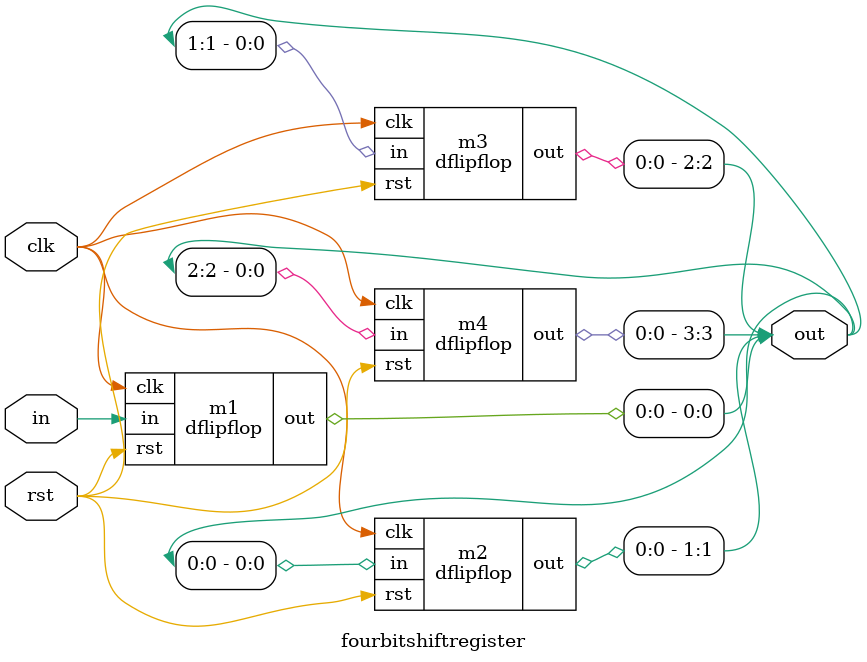
<source format=v>
module dflipflop(in, clk, rst, out);
	input wire in, clk, rst;
	output wire out;
	reg _out;
	initial
		_out = 1'b1;
	always @(posedge clk) begin
		if(rst == 1'b1)
			_out = 1'b1;
		else
			_out = in;
	end
	assign out = _out;
endmodule

module tflipflop(in, clk, rst, out);
	input wire in, clk, rst;
	output wire out;
	reg _out;
	initial
		_out = 1'b1;
	always @(posedge clk)
		if(rst == 1'b1)
			_out = 1'b1;
		else
			_out = _out ^ in;
	assign out = _out;
endmodule

module fourbitshiftregister(in, clk, rst, out);
	input wire in, clk, rst;
	output wire[3: 0] out;
	dflipflop m1(in, clk, rst, out[0]);
	dflipflop m2(out[0], clk, rst, out[1]);
	dflipflop m3(out[1], clk, rst, out[2]);
	dflipflop m4(out[2], clk, rst, out[3]);
endmodule

</source>
